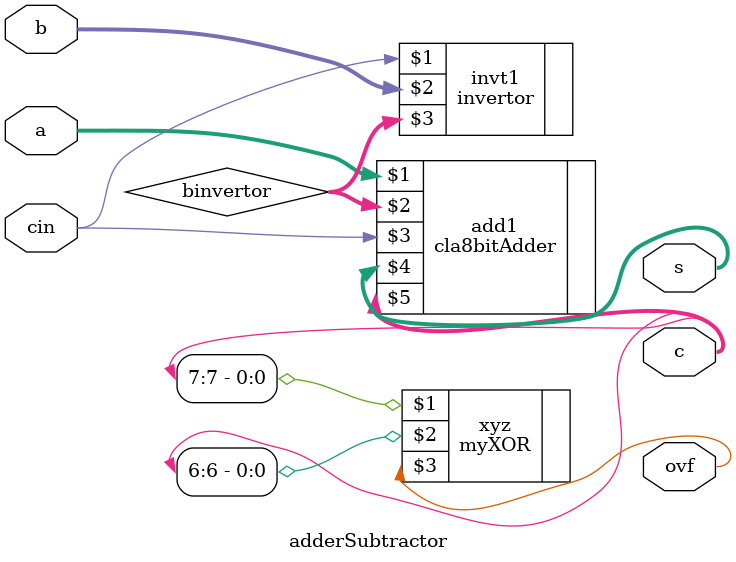
<source format=v>
`include "cla8bitAdder.v"
`include "invertor.v"
`include "myXOR.v"

module adderSubtractor
(
	input [7:0] a,b,
	input cin,
	output [7:0] s,c,
	output ovf
);

wire [7:0] binvertor;

invertor invt1(cin,b[7:0],binvertor);

cla8bitAdder add1(a,binvertor,cin,s,c);

myXOR xyz(c[7],c[6],ovf);

endmodule

</source>
